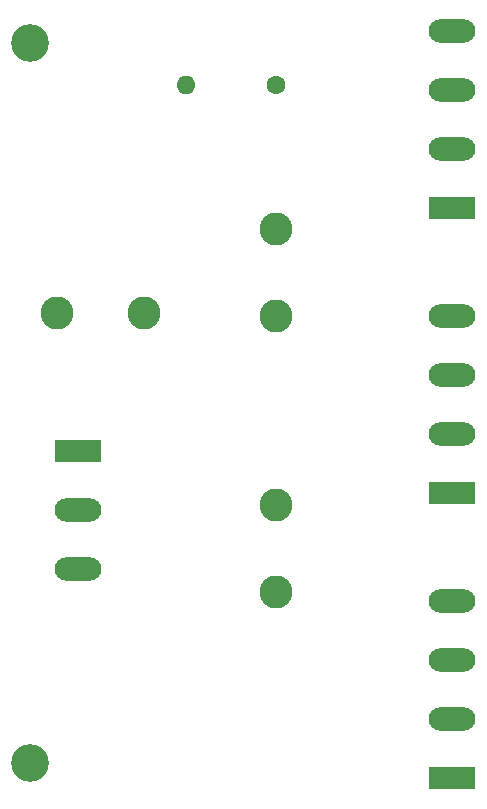
<source format=gbr>
%TF.GenerationSoftware,KiCad,Pcbnew,(5.1.10)-1*%
%TF.CreationDate,2021-10-01T01:20:56-04:00*%
%TF.ProjectId,Circuit Protector,43697263-7569-4742-9050-726f74656374,rev?*%
%TF.SameCoordinates,Original*%
%TF.FileFunction,Soldermask,Top*%
%TF.FilePolarity,Negative*%
%FSLAX46Y46*%
G04 Gerber Fmt 4.6, Leading zero omitted, Abs format (unit mm)*
G04 Created by KiCad (PCBNEW (5.1.10)-1) date 2021-10-01 01:20:56*
%MOMM*%
%LPD*%
G01*
G04 APERTURE LIST*
%ADD10C,3.200000*%
%ADD11R,3.960000X1.980000*%
%ADD12O,3.960000X1.980000*%
%ADD13C,2.800000*%
%ADD14C,1.600000*%
%ADD15O,1.600000X1.600000*%
G04 APERTURE END LIST*
D10*
%TO.C,m3*%
X168148000Y-76200000D03*
%TD*%
%TO.C,m3*%
X168148000Y-137160000D03*
%TD*%
D11*
%TO.C,Ground*%
X203835000Y-138430000D03*
D12*
X203835000Y-133430000D03*
X203835000Y-123430000D03*
X203835000Y-128430000D03*
%TD*%
D11*
%TO.C,Input*%
X172212000Y-110744000D03*
D12*
X172212000Y-115744000D03*
X172212000Y-120744000D03*
%TD*%
D11*
%TO.C,Line*%
X203835000Y-90170000D03*
D12*
X203835000Y-85170000D03*
X203835000Y-75170000D03*
X203835000Y-80170000D03*
%TD*%
%TO.C,Neutral*%
X203835000Y-104300000D03*
X203835000Y-99300000D03*
X203835000Y-109300000D03*
D11*
X203835000Y-114300000D03*
%TD*%
D13*
%TO.C,MOV*%
X188976000Y-91948000D03*
X188976000Y-99318000D03*
%TD*%
%TO.C,MOV*%
X188976000Y-122686000D03*
X188976000Y-115316000D03*
%TD*%
%TO.C,MOV*%
X177800000Y-99060000D03*
X170430000Y-99060000D03*
%TD*%
D14*
%TO.C,NTC*%
X188976000Y-79756000D03*
D15*
X181356000Y-79756000D03*
%TD*%
M02*

</source>
